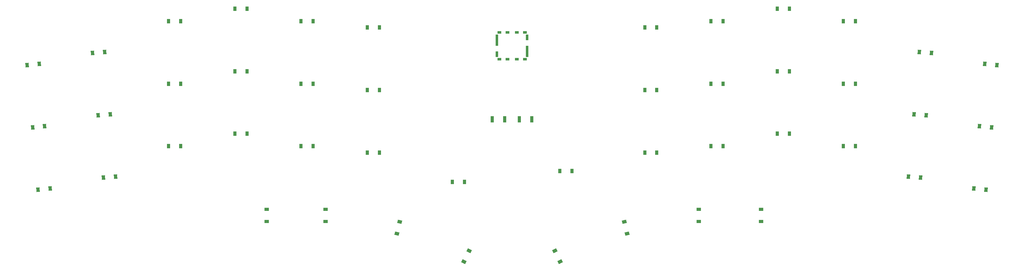
<source format=gbr>
%TF.GenerationSoftware,KiCad,Pcbnew,(6.0.6)*%
%TF.CreationDate,2022-07-17T13:12:23+02:00*%
%TF.ProjectId,main_wired,6d61696e-5f77-4697-9265-642e6b696361,v1.0.0*%
%TF.SameCoordinates,Original*%
%TF.FileFunction,Paste,Top*%
%TF.FilePolarity,Positive*%
%FSLAX46Y46*%
G04 Gerber Fmt 4.6, Leading zero omitted, Abs format (unit mm)*
G04 Created by KiCad (PCBNEW (6.0.6)) date 2022-07-17 13:12:23*
%MOMM*%
%LPD*%
G01*
G04 APERTURE LIST*
G04 Aperture macros list*
%AMRotRect*
0 Rectangle, with rotation*
0 The origin of the aperture is its center*
0 $1 length*
0 $2 width*
0 $3 Rotation angle, in degrees counterclockwise*
0 Add horizontal line*
21,1,$1,$2,0,0,$3*%
G04 Aperture macros list end*
%ADD10R,1.200000X0.900000*%
%ADD11R,1.000000X0.800000*%
%ADD12R,0.700000X1.500000*%
%ADD13R,0.900000X1.200000*%
%ADD14RotRect,0.900000X1.200000X355.000000*%
%ADD15RotRect,0.900000X1.200000X283.000000*%
%ADD16RotRect,0.900000X1.200000X5.000000*%
%ADD17RotRect,0.900000X1.200000X64.000000*%
%ADD18R,0.900000X1.700000*%
%ADD19RotRect,0.900000X1.200000X77.000000*%
%ADD20RotRect,0.900000X1.200000X296.000000*%
G04 APERTURE END LIST*
D10*
%TO.C,D40*%
X264763557Y-99406210D03*
X264763557Y-102706210D03*
%TD*%
D11*
%TO.C,*%
X217543557Y-58606210D03*
X215333557Y-58606210D03*
X215333557Y-51306210D03*
X217543557Y-51306210D03*
D12*
X218193557Y-52706210D03*
X218193557Y-55706210D03*
X218193557Y-57206210D03*
%TD*%
D10*
%TO.C,D19*%
X163363557Y-102706210D03*
X163363557Y-99406210D03*
%TD*%
D13*
%TO.C,D32*%
X286113557Y-61856210D03*
X289413557Y-61856210D03*
%TD*%
%TO.C,D13*%
X156713557Y-82256210D03*
X160013557Y-82256210D03*
%TD*%
%TO.C,D29*%
X304113557Y-65256210D03*
X307413557Y-65256210D03*
%TD*%
D14*
%TO.C,D22*%
X339603198Y-93768363D03*
X342890640Y-94055977D03*
%TD*%
D15*
%TO.C,D41*%
X244587813Y-102825974D03*
X245330151Y-106041396D03*
%TD*%
D13*
%TO.C,D36*%
X268113557Y-48256210D03*
X271413557Y-48256210D03*
%TD*%
%TO.C,D37*%
X250113557Y-83956210D03*
X253413557Y-83956210D03*
%TD*%
%TO.C,D38*%
X250113557Y-66956210D03*
X253413557Y-66956210D03*
%TD*%
D14*
%TO.C,D24*%
X342566493Y-59897743D03*
X345853935Y-60185357D03*
%TD*%
D13*
%TO.C,D34*%
X268113557Y-82256210D03*
X271413557Y-82256210D03*
%TD*%
%TO.C,D28*%
X304113557Y-82256210D03*
X307413557Y-82256210D03*
%TD*%
D14*
%TO.C,D25*%
X321819858Y-90506029D03*
X325107300Y-90793643D03*
%TD*%
D13*
%TO.C,D14*%
X156713557Y-65256210D03*
X160013557Y-65256210D03*
%TD*%
%TO.C,D16*%
X174713557Y-83956210D03*
X178013557Y-83956210D03*
%TD*%
D10*
%TO.C,D46*%
X281763557Y-99406210D03*
X281763557Y-102706210D03*
%TD*%
D13*
%TO.C,D44*%
X227013557Y-88956210D03*
X230313557Y-88956210D03*
%TD*%
D16*
%TO.C,D2*%
X83754826Y-77120667D03*
X87042268Y-76833053D03*
%TD*%
D13*
%TO.C,D11*%
X138713557Y-61856210D03*
X142013557Y-61856210D03*
%TD*%
D16*
%TO.C,D1*%
X85236473Y-94055977D03*
X88523915Y-93768363D03*
%TD*%
D17*
%TO.C,D21*%
X200982038Y-113662665D03*
X202428662Y-110696645D03*
%TD*%
D18*
%TO.C,*%
X219463557Y-74956210D03*
X216063557Y-74956210D03*
%TD*%
D14*
%TO.C,D26*%
X323301506Y-73570719D03*
X326588948Y-73858333D03*
%TD*%
D13*
%TO.C,D31*%
X286113557Y-78856210D03*
X289413557Y-78856210D03*
%TD*%
%TO.C,D30*%
X304113557Y-48256210D03*
X307413557Y-48256210D03*
%TD*%
%TO.C,D12*%
X138713557Y-44856210D03*
X142013557Y-44856210D03*
%TD*%
%TO.C,D15*%
X156713557Y-48256210D03*
X160013557Y-48256210D03*
%TD*%
D16*
%TO.C,D5*%
X101538165Y-73858333D03*
X104825607Y-73570719D03*
%TD*%
D13*
%TO.C,D17*%
X174713557Y-66956210D03*
X178013557Y-66956210D03*
%TD*%
%TO.C,D9*%
X120713557Y-48256210D03*
X124013557Y-48256210D03*
%TD*%
D11*
%TO.C,*%
X212793557Y-51306210D03*
X212793557Y-58606210D03*
X210583557Y-58606210D03*
X210583557Y-51306210D03*
D12*
X209933557Y-57206210D03*
X209933557Y-54206210D03*
X209933557Y-52706210D03*
%TD*%
D13*
%TO.C,D18*%
X174713557Y-49956210D03*
X178013557Y-49956210D03*
%TD*%
%TO.C,D39*%
X250113557Y-49956210D03*
X253413557Y-49956210D03*
%TD*%
%TO.C,D7*%
X120713557Y-82256210D03*
X124013557Y-82256210D03*
%TD*%
D16*
%TO.C,D6*%
X100056518Y-56923023D03*
X103343960Y-56635409D03*
%TD*%
D10*
%TO.C,D45*%
X147363557Y-102706210D03*
X147363557Y-99406210D03*
%TD*%
D18*
%TO.C,*%
X212063557Y-74956210D03*
X208663557Y-74956210D03*
%TD*%
D13*
%TO.C,D10*%
X138713557Y-78856210D03*
X142013557Y-78856210D03*
%TD*%
%TO.C,D43*%
X197813557Y-91956210D03*
X201113557Y-91956210D03*
%TD*%
D14*
%TO.C,D27*%
X324783154Y-56635409D03*
X328070596Y-56923023D03*
%TD*%
D19*
%TO.C,D20*%
X182796963Y-106041396D03*
X183539301Y-102825974D03*
%TD*%
D16*
%TO.C,D3*%
X82273178Y-60185357D03*
X85560620Y-59897743D03*
%TD*%
D14*
%TO.C,D23*%
X341084846Y-76833053D03*
X344372288Y-77120667D03*
%TD*%
D13*
%TO.C,D33*%
X286113557Y-44856210D03*
X289413557Y-44856210D03*
%TD*%
D16*
%TO.C,D4*%
X103019813Y-90793643D03*
X106307255Y-90506029D03*
%TD*%
D13*
%TO.C,D8*%
X120713557Y-65256210D03*
X124013557Y-65256210D03*
%TD*%
D20*
%TO.C,D42*%
X225698451Y-110696645D03*
X227145075Y-113662665D03*
%TD*%
D13*
%TO.C,D35*%
X268113557Y-65256210D03*
X271413557Y-65256210D03*
%TD*%
M02*

</source>
